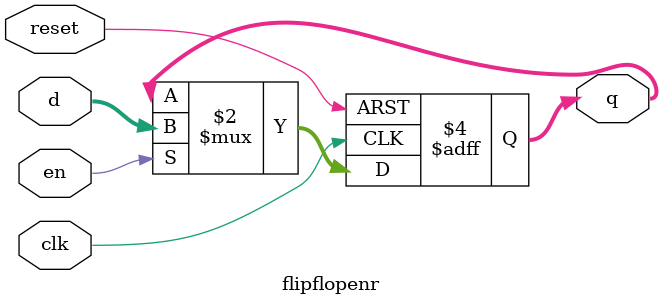
<source format=sv>
module flipflopenr #(parameter WIDTH = 8)
                (input  logic             clk, reset, en,
                 input  logic [WIDTH-1:0] d,
                 output logic [WIDTH-1:0] q);

  always_ff @(posedge clk, posedge reset)
    if (reset)   q <= 0;
    else if (en) q <= d;
	 
endmodule
</source>
